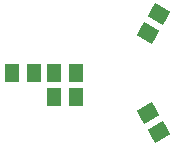
<source format=gbp>
G04 Layer_Color=128*
%FSLAX23Y23*%
%MOIN*%
G70*
G01*
G75*
%ADD13R,0.051X0.059*%
G04:AMPARAMS|DCode=28|XSize=51mil|YSize=59mil|CornerRadius=0mil|HoleSize=0mil|Usage=FLASHONLY|Rotation=240.000|XOffset=0mil|YOffset=0mil|HoleType=Round|Shape=Rectangle|*
%AMROTATEDRECTD28*
4,1,4,-0.013,0.037,0.038,0.007,0.013,-0.037,-0.038,-0.007,-0.013,0.037,0.0*
%
%ADD28ROTATEDRECTD28*%

G04:AMPARAMS|DCode=29|XSize=51mil|YSize=59mil|CornerRadius=0mil|HoleSize=0mil|Usage=FLASHONLY|Rotation=120.000|XOffset=0mil|YOffset=0mil|HoleType=Round|Shape=Rectangle|*
%AMROTATEDRECTD29*
4,1,4,0.038,-0.007,-0.013,-0.037,-0.038,0.007,0.013,0.037,0.038,-0.007,0.0*
%
%ADD29ROTATEDRECTD29*%

D13*
X-443Y-80D02*
D03*
X-517D02*
D03*
X-443Y0D02*
D03*
X-517D02*
D03*
X-583D02*
D03*
X-657D02*
D03*
D28*
X-204Y133D02*
D03*
X-166Y197D02*
D03*
D29*
Y-197D02*
D03*
X-204Y-133D02*
D03*
M02*

</source>
